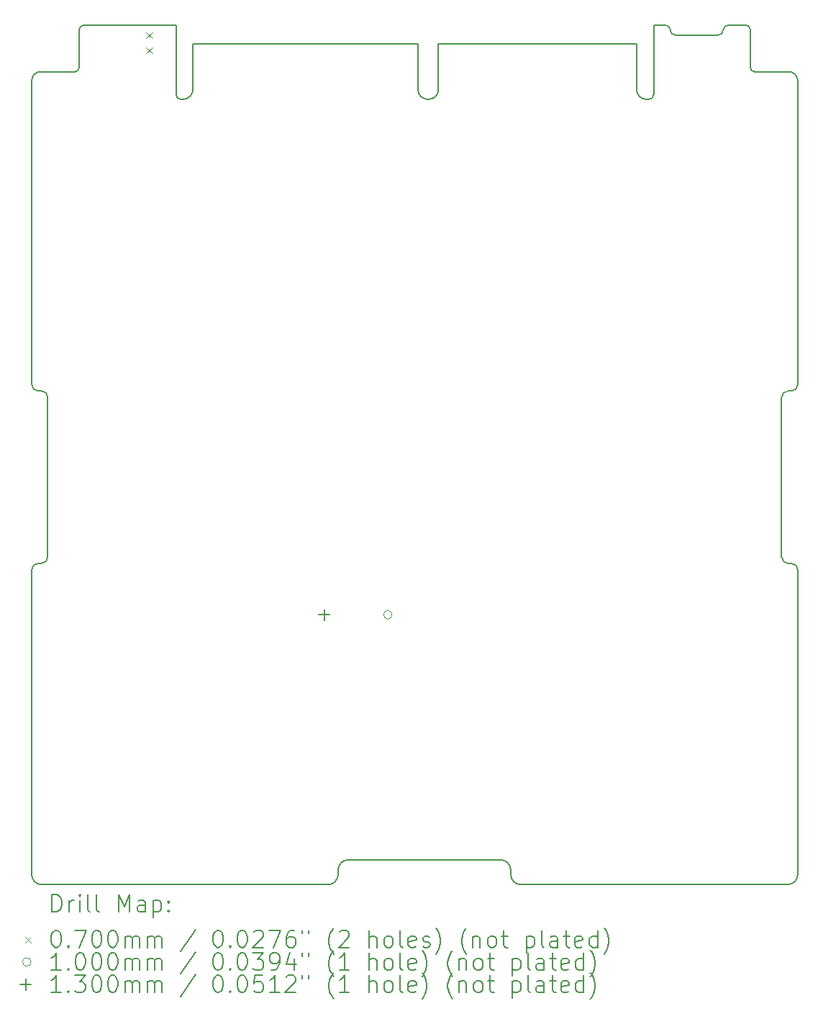
<source format=gbr>
%TF.GenerationSoftware,KiCad,Pcbnew,7.0.1*%
%TF.CreationDate,2023-06-16T15:13:18-04:00*%
%TF.ProjectId,mainboard_pcbway,6d61696e-626f-4617-9264-5f7063627761,C*%
%TF.SameCoordinates,Original*%
%TF.FileFunction,Drillmap*%
%TF.FilePolarity,Positive*%
%FSLAX45Y45*%
G04 Gerber Fmt 4.5, Leading zero omitted, Abs format (unit mm)*
G04 Created by KiCad (PCBNEW 7.0.1) date 2023-06-16 15:13:18*
%MOMM*%
%LPD*%
G01*
G04 APERTURE LIST*
%ADD10C,0.127000*%
%ADD11C,0.200000*%
%ADD12C,0.070000*%
%ADD13C,0.100000*%
%ADD14C,0.130000*%
G04 APERTURE END LIST*
D10*
X13586460Y-5674360D02*
X13985240Y-5674360D01*
X5194300Y-11460480D02*
G75*
G03*
X5270500Y-11384280I0J76200D01*
G01*
X14097000Y-9354820D02*
X14097000Y-5786120D01*
X10718800Y-15067280D02*
G75*
G03*
X10599420Y-14947900I-119380J0D01*
G01*
X9626600Y-5880100D02*
X9626600Y-5344160D01*
X12400280Y-5125720D02*
X12534900Y-5125720D01*
X13538200Y-5626100D02*
G75*
G03*
X13586460Y-5674360I48260J0D01*
G01*
X9867900Y-5344160D02*
X12198350Y-5344160D01*
X12595859Y-5184140D02*
G75*
G03*
X12659360Y-5245100I61011J0D01*
G01*
X6779260Y-5938520D02*
X6779260Y-5125720D01*
X9867900Y-5880100D02*
X9867900Y-5344160D01*
X5588000Y-5674360D02*
G75*
G03*
X5638800Y-5628640I2540J48260D01*
G01*
X5189220Y-5674360D02*
G75*
G03*
X5080000Y-5786120I1270J-110490D01*
G01*
X12198350Y-5880100D02*
X12198350Y-5344160D01*
X5697220Y-5125720D02*
G75*
G03*
X5638800Y-5184140I0J-58420D01*
G01*
X8686800Y-15120620D02*
X8686800Y-15067280D01*
X5156200Y-11460480D02*
G75*
G03*
X5080000Y-11536680I0J-76200D01*
G01*
X5080000Y-15113000D02*
G75*
G03*
X5191760Y-15240000I119380J-7620D01*
G01*
X13281660Y-5125727D02*
G75*
G03*
X13218160Y-5186680I-10J-63543D01*
G01*
X5080000Y-15113000D02*
X5080000Y-11536680D01*
X5191760Y-15240000D02*
X8567420Y-15240000D01*
X13538200Y-5181600D02*
G75*
G03*
X13482320Y-5125720I-55880J0D01*
G01*
X5270500Y-9507220D02*
G75*
G03*
X5194300Y-9431020I-76200J0D01*
G01*
X13281660Y-5125720D02*
X13482320Y-5125720D01*
X12400280Y-5943600D02*
X12400280Y-5125720D01*
X14097000Y-11536680D02*
G75*
G03*
X14020800Y-11460480I-76200J0D01*
G01*
X8567420Y-15240000D02*
G75*
G03*
X8686800Y-15120620I0J119380D01*
G01*
X5080000Y-9354820D02*
G75*
G03*
X5156200Y-9431020I76200J0D01*
G01*
X12595860Y-5184140D02*
G75*
G03*
X12534900Y-5125720I-59690J-1270D01*
G01*
X13157200Y-5245100D02*
G75*
G03*
X13218160Y-5186680I1270J59690D01*
G01*
X6979920Y-5344160D02*
X9626600Y-5344160D01*
X12659360Y-5245100D02*
X13157200Y-5245100D01*
X14097000Y-5786120D02*
G75*
G03*
X13985240Y-5674360I-111760J0D01*
G01*
X6979920Y-5875020D02*
X6979920Y-5344160D01*
X12319000Y-6002020D02*
X12339320Y-6002020D01*
X6779261Y-5938520D02*
G75*
G03*
X6835140Y-6002020I59679J-3820D01*
G01*
X9626600Y-5880100D02*
G75*
G03*
X9867900Y-5880100I120650J0D01*
G01*
X10718800Y-15120620D02*
X10718800Y-15067280D01*
X5697220Y-5125720D02*
X6779260Y-5125720D01*
X6835140Y-6002020D02*
X6858000Y-6002020D01*
X13906500Y-11384280D02*
X13906500Y-9507220D01*
X10718800Y-15120620D02*
G75*
G03*
X10838180Y-15240000I119380J0D01*
G01*
X12198350Y-5880100D02*
G75*
G03*
X12319000Y-6002020I121280J-640D01*
G01*
X12339320Y-6002019D02*
G75*
G03*
X12400280Y-5943600I1280J59680D01*
G01*
X13906500Y-11384280D02*
G75*
G03*
X13982700Y-11460480I76200J0D01*
G01*
X6858000Y-6002020D02*
G75*
G03*
X6979920Y-5875020I-2540J124460D01*
G01*
X8806180Y-14947900D02*
X10599420Y-14947900D01*
X5156200Y-11460480D02*
X5194300Y-11460480D01*
X10838180Y-15240000D02*
X13977620Y-15240000D01*
X5270500Y-11384280D02*
X5270500Y-9507220D01*
X5156200Y-9431020D02*
X5194300Y-9431020D01*
X5080000Y-9354820D02*
X5080000Y-5786120D01*
X5638800Y-5628640D02*
X5638800Y-5184140D01*
X13538200Y-5626100D02*
X13538200Y-5181600D01*
X5189220Y-5674360D02*
X5588000Y-5674360D01*
X14097000Y-15113000D02*
X14097000Y-11536680D01*
X8806180Y-14947900D02*
G75*
G03*
X8686800Y-15067280I0J-119380D01*
G01*
X13982700Y-11460480D02*
X14020800Y-11460480D01*
X13977620Y-15240000D02*
G75*
G03*
X14097000Y-15113000I-3810J123190D01*
G01*
X14020800Y-9431020D02*
G75*
G03*
X14097000Y-9354820I0J76200D01*
G01*
X13982700Y-9431020D02*
G75*
G03*
X13906500Y-9507220I0J-76200D01*
G01*
X13982700Y-9431020D02*
X14020800Y-9431020D01*
D11*
D12*
X6429300Y-5212417D02*
X6499300Y-5282417D01*
X6499300Y-5212417D02*
X6429300Y-5282417D01*
X6429300Y-5392417D02*
X6499300Y-5462417D01*
X6499300Y-5392417D02*
X6429300Y-5462417D01*
D13*
X9321600Y-12065000D02*
G75*
G03*
X9321600Y-12065000I-50000J0D01*
G01*
D14*
X8522600Y-12000000D02*
X8522600Y-12130000D01*
X8457600Y-12065000D02*
X8587600Y-12065000D01*
D11*
X5321026Y-15558874D02*
X5321026Y-15358874D01*
X5321026Y-15358874D02*
X5368645Y-15358874D01*
X5368645Y-15358874D02*
X5397217Y-15368398D01*
X5397217Y-15368398D02*
X5416264Y-15387445D01*
X5416264Y-15387445D02*
X5425788Y-15406493D01*
X5425788Y-15406493D02*
X5435312Y-15444588D01*
X5435312Y-15444588D02*
X5435312Y-15473159D01*
X5435312Y-15473159D02*
X5425788Y-15511255D01*
X5425788Y-15511255D02*
X5416264Y-15530302D01*
X5416264Y-15530302D02*
X5397217Y-15549350D01*
X5397217Y-15549350D02*
X5368645Y-15558874D01*
X5368645Y-15558874D02*
X5321026Y-15558874D01*
X5521026Y-15558874D02*
X5521026Y-15425540D01*
X5521026Y-15463636D02*
X5530550Y-15444588D01*
X5530550Y-15444588D02*
X5540074Y-15435064D01*
X5540074Y-15435064D02*
X5559121Y-15425540D01*
X5559121Y-15425540D02*
X5578169Y-15425540D01*
X5644836Y-15558874D02*
X5644836Y-15425540D01*
X5644836Y-15358874D02*
X5635312Y-15368398D01*
X5635312Y-15368398D02*
X5644836Y-15377921D01*
X5644836Y-15377921D02*
X5654359Y-15368398D01*
X5654359Y-15368398D02*
X5644836Y-15358874D01*
X5644836Y-15358874D02*
X5644836Y-15377921D01*
X5768645Y-15558874D02*
X5749597Y-15549350D01*
X5749597Y-15549350D02*
X5740074Y-15530302D01*
X5740074Y-15530302D02*
X5740074Y-15358874D01*
X5873407Y-15558874D02*
X5854359Y-15549350D01*
X5854359Y-15549350D02*
X5844836Y-15530302D01*
X5844836Y-15530302D02*
X5844836Y-15358874D01*
X6101978Y-15558874D02*
X6101978Y-15358874D01*
X6101978Y-15358874D02*
X6168645Y-15501731D01*
X6168645Y-15501731D02*
X6235312Y-15358874D01*
X6235312Y-15358874D02*
X6235312Y-15558874D01*
X6416264Y-15558874D02*
X6416264Y-15454112D01*
X6416264Y-15454112D02*
X6406740Y-15435064D01*
X6406740Y-15435064D02*
X6387693Y-15425540D01*
X6387693Y-15425540D02*
X6349597Y-15425540D01*
X6349597Y-15425540D02*
X6330550Y-15435064D01*
X6416264Y-15549350D02*
X6397217Y-15558874D01*
X6397217Y-15558874D02*
X6349597Y-15558874D01*
X6349597Y-15558874D02*
X6330550Y-15549350D01*
X6330550Y-15549350D02*
X6321026Y-15530302D01*
X6321026Y-15530302D02*
X6321026Y-15511255D01*
X6321026Y-15511255D02*
X6330550Y-15492207D01*
X6330550Y-15492207D02*
X6349597Y-15482683D01*
X6349597Y-15482683D02*
X6397217Y-15482683D01*
X6397217Y-15482683D02*
X6416264Y-15473159D01*
X6511502Y-15425540D02*
X6511502Y-15625540D01*
X6511502Y-15435064D02*
X6530550Y-15425540D01*
X6530550Y-15425540D02*
X6568645Y-15425540D01*
X6568645Y-15425540D02*
X6587693Y-15435064D01*
X6587693Y-15435064D02*
X6597217Y-15444588D01*
X6597217Y-15444588D02*
X6606740Y-15463636D01*
X6606740Y-15463636D02*
X6606740Y-15520778D01*
X6606740Y-15520778D02*
X6597217Y-15539826D01*
X6597217Y-15539826D02*
X6587693Y-15549350D01*
X6587693Y-15549350D02*
X6568645Y-15558874D01*
X6568645Y-15558874D02*
X6530550Y-15558874D01*
X6530550Y-15558874D02*
X6511502Y-15549350D01*
X6692455Y-15539826D02*
X6701978Y-15549350D01*
X6701978Y-15549350D02*
X6692455Y-15558874D01*
X6692455Y-15558874D02*
X6682931Y-15549350D01*
X6682931Y-15549350D02*
X6692455Y-15539826D01*
X6692455Y-15539826D02*
X6692455Y-15558874D01*
X6692455Y-15435064D02*
X6701978Y-15444588D01*
X6701978Y-15444588D02*
X6692455Y-15454112D01*
X6692455Y-15454112D02*
X6682931Y-15444588D01*
X6682931Y-15444588D02*
X6692455Y-15435064D01*
X6692455Y-15435064D02*
X6692455Y-15454112D01*
D12*
X5003407Y-15851350D02*
X5073407Y-15921350D01*
X5073407Y-15851350D02*
X5003407Y-15921350D01*
D11*
X5359121Y-15778874D02*
X5378169Y-15778874D01*
X5378169Y-15778874D02*
X5397217Y-15788398D01*
X5397217Y-15788398D02*
X5406740Y-15797921D01*
X5406740Y-15797921D02*
X5416264Y-15816969D01*
X5416264Y-15816969D02*
X5425788Y-15855064D01*
X5425788Y-15855064D02*
X5425788Y-15902683D01*
X5425788Y-15902683D02*
X5416264Y-15940778D01*
X5416264Y-15940778D02*
X5406740Y-15959826D01*
X5406740Y-15959826D02*
X5397217Y-15969350D01*
X5397217Y-15969350D02*
X5378169Y-15978874D01*
X5378169Y-15978874D02*
X5359121Y-15978874D01*
X5359121Y-15978874D02*
X5340074Y-15969350D01*
X5340074Y-15969350D02*
X5330550Y-15959826D01*
X5330550Y-15959826D02*
X5321026Y-15940778D01*
X5321026Y-15940778D02*
X5311502Y-15902683D01*
X5311502Y-15902683D02*
X5311502Y-15855064D01*
X5311502Y-15855064D02*
X5321026Y-15816969D01*
X5321026Y-15816969D02*
X5330550Y-15797921D01*
X5330550Y-15797921D02*
X5340074Y-15788398D01*
X5340074Y-15788398D02*
X5359121Y-15778874D01*
X5511502Y-15959826D02*
X5521026Y-15969350D01*
X5521026Y-15969350D02*
X5511502Y-15978874D01*
X5511502Y-15978874D02*
X5501979Y-15969350D01*
X5501979Y-15969350D02*
X5511502Y-15959826D01*
X5511502Y-15959826D02*
X5511502Y-15978874D01*
X5587693Y-15778874D02*
X5721026Y-15778874D01*
X5721026Y-15778874D02*
X5635312Y-15978874D01*
X5835312Y-15778874D02*
X5854359Y-15778874D01*
X5854359Y-15778874D02*
X5873407Y-15788398D01*
X5873407Y-15788398D02*
X5882931Y-15797921D01*
X5882931Y-15797921D02*
X5892455Y-15816969D01*
X5892455Y-15816969D02*
X5901978Y-15855064D01*
X5901978Y-15855064D02*
X5901978Y-15902683D01*
X5901978Y-15902683D02*
X5892455Y-15940778D01*
X5892455Y-15940778D02*
X5882931Y-15959826D01*
X5882931Y-15959826D02*
X5873407Y-15969350D01*
X5873407Y-15969350D02*
X5854359Y-15978874D01*
X5854359Y-15978874D02*
X5835312Y-15978874D01*
X5835312Y-15978874D02*
X5816264Y-15969350D01*
X5816264Y-15969350D02*
X5806740Y-15959826D01*
X5806740Y-15959826D02*
X5797217Y-15940778D01*
X5797217Y-15940778D02*
X5787693Y-15902683D01*
X5787693Y-15902683D02*
X5787693Y-15855064D01*
X5787693Y-15855064D02*
X5797217Y-15816969D01*
X5797217Y-15816969D02*
X5806740Y-15797921D01*
X5806740Y-15797921D02*
X5816264Y-15788398D01*
X5816264Y-15788398D02*
X5835312Y-15778874D01*
X6025788Y-15778874D02*
X6044836Y-15778874D01*
X6044836Y-15778874D02*
X6063883Y-15788398D01*
X6063883Y-15788398D02*
X6073407Y-15797921D01*
X6073407Y-15797921D02*
X6082931Y-15816969D01*
X6082931Y-15816969D02*
X6092455Y-15855064D01*
X6092455Y-15855064D02*
X6092455Y-15902683D01*
X6092455Y-15902683D02*
X6082931Y-15940778D01*
X6082931Y-15940778D02*
X6073407Y-15959826D01*
X6073407Y-15959826D02*
X6063883Y-15969350D01*
X6063883Y-15969350D02*
X6044836Y-15978874D01*
X6044836Y-15978874D02*
X6025788Y-15978874D01*
X6025788Y-15978874D02*
X6006740Y-15969350D01*
X6006740Y-15969350D02*
X5997217Y-15959826D01*
X5997217Y-15959826D02*
X5987693Y-15940778D01*
X5987693Y-15940778D02*
X5978169Y-15902683D01*
X5978169Y-15902683D02*
X5978169Y-15855064D01*
X5978169Y-15855064D02*
X5987693Y-15816969D01*
X5987693Y-15816969D02*
X5997217Y-15797921D01*
X5997217Y-15797921D02*
X6006740Y-15788398D01*
X6006740Y-15788398D02*
X6025788Y-15778874D01*
X6178169Y-15978874D02*
X6178169Y-15845540D01*
X6178169Y-15864588D02*
X6187693Y-15855064D01*
X6187693Y-15855064D02*
X6206740Y-15845540D01*
X6206740Y-15845540D02*
X6235312Y-15845540D01*
X6235312Y-15845540D02*
X6254359Y-15855064D01*
X6254359Y-15855064D02*
X6263883Y-15874112D01*
X6263883Y-15874112D02*
X6263883Y-15978874D01*
X6263883Y-15874112D02*
X6273407Y-15855064D01*
X6273407Y-15855064D02*
X6292455Y-15845540D01*
X6292455Y-15845540D02*
X6321026Y-15845540D01*
X6321026Y-15845540D02*
X6340074Y-15855064D01*
X6340074Y-15855064D02*
X6349598Y-15874112D01*
X6349598Y-15874112D02*
X6349598Y-15978874D01*
X6444836Y-15978874D02*
X6444836Y-15845540D01*
X6444836Y-15864588D02*
X6454359Y-15855064D01*
X6454359Y-15855064D02*
X6473407Y-15845540D01*
X6473407Y-15845540D02*
X6501979Y-15845540D01*
X6501979Y-15845540D02*
X6521026Y-15855064D01*
X6521026Y-15855064D02*
X6530550Y-15874112D01*
X6530550Y-15874112D02*
X6530550Y-15978874D01*
X6530550Y-15874112D02*
X6540074Y-15855064D01*
X6540074Y-15855064D02*
X6559121Y-15845540D01*
X6559121Y-15845540D02*
X6587693Y-15845540D01*
X6587693Y-15845540D02*
X6606740Y-15855064D01*
X6606740Y-15855064D02*
X6616264Y-15874112D01*
X6616264Y-15874112D02*
X6616264Y-15978874D01*
X7006740Y-15769350D02*
X6835312Y-16026493D01*
X7263883Y-15778874D02*
X7282931Y-15778874D01*
X7282931Y-15778874D02*
X7301979Y-15788398D01*
X7301979Y-15788398D02*
X7311502Y-15797921D01*
X7311502Y-15797921D02*
X7321026Y-15816969D01*
X7321026Y-15816969D02*
X7330550Y-15855064D01*
X7330550Y-15855064D02*
X7330550Y-15902683D01*
X7330550Y-15902683D02*
X7321026Y-15940778D01*
X7321026Y-15940778D02*
X7311502Y-15959826D01*
X7311502Y-15959826D02*
X7301979Y-15969350D01*
X7301979Y-15969350D02*
X7282931Y-15978874D01*
X7282931Y-15978874D02*
X7263883Y-15978874D01*
X7263883Y-15978874D02*
X7244836Y-15969350D01*
X7244836Y-15969350D02*
X7235312Y-15959826D01*
X7235312Y-15959826D02*
X7225788Y-15940778D01*
X7225788Y-15940778D02*
X7216264Y-15902683D01*
X7216264Y-15902683D02*
X7216264Y-15855064D01*
X7216264Y-15855064D02*
X7225788Y-15816969D01*
X7225788Y-15816969D02*
X7235312Y-15797921D01*
X7235312Y-15797921D02*
X7244836Y-15788398D01*
X7244836Y-15788398D02*
X7263883Y-15778874D01*
X7416264Y-15959826D02*
X7425788Y-15969350D01*
X7425788Y-15969350D02*
X7416264Y-15978874D01*
X7416264Y-15978874D02*
X7406741Y-15969350D01*
X7406741Y-15969350D02*
X7416264Y-15959826D01*
X7416264Y-15959826D02*
X7416264Y-15978874D01*
X7549598Y-15778874D02*
X7568645Y-15778874D01*
X7568645Y-15778874D02*
X7587693Y-15788398D01*
X7587693Y-15788398D02*
X7597217Y-15797921D01*
X7597217Y-15797921D02*
X7606741Y-15816969D01*
X7606741Y-15816969D02*
X7616264Y-15855064D01*
X7616264Y-15855064D02*
X7616264Y-15902683D01*
X7616264Y-15902683D02*
X7606741Y-15940778D01*
X7606741Y-15940778D02*
X7597217Y-15959826D01*
X7597217Y-15959826D02*
X7587693Y-15969350D01*
X7587693Y-15969350D02*
X7568645Y-15978874D01*
X7568645Y-15978874D02*
X7549598Y-15978874D01*
X7549598Y-15978874D02*
X7530550Y-15969350D01*
X7530550Y-15969350D02*
X7521026Y-15959826D01*
X7521026Y-15959826D02*
X7511502Y-15940778D01*
X7511502Y-15940778D02*
X7501979Y-15902683D01*
X7501979Y-15902683D02*
X7501979Y-15855064D01*
X7501979Y-15855064D02*
X7511502Y-15816969D01*
X7511502Y-15816969D02*
X7521026Y-15797921D01*
X7521026Y-15797921D02*
X7530550Y-15788398D01*
X7530550Y-15788398D02*
X7549598Y-15778874D01*
X7692455Y-15797921D02*
X7701979Y-15788398D01*
X7701979Y-15788398D02*
X7721026Y-15778874D01*
X7721026Y-15778874D02*
X7768645Y-15778874D01*
X7768645Y-15778874D02*
X7787693Y-15788398D01*
X7787693Y-15788398D02*
X7797217Y-15797921D01*
X7797217Y-15797921D02*
X7806741Y-15816969D01*
X7806741Y-15816969D02*
X7806741Y-15836017D01*
X7806741Y-15836017D02*
X7797217Y-15864588D01*
X7797217Y-15864588D02*
X7682931Y-15978874D01*
X7682931Y-15978874D02*
X7806741Y-15978874D01*
X7873407Y-15778874D02*
X8006741Y-15778874D01*
X8006741Y-15778874D02*
X7921026Y-15978874D01*
X8168645Y-15778874D02*
X8130550Y-15778874D01*
X8130550Y-15778874D02*
X8111502Y-15788398D01*
X8111502Y-15788398D02*
X8101979Y-15797921D01*
X8101979Y-15797921D02*
X8082931Y-15826493D01*
X8082931Y-15826493D02*
X8073407Y-15864588D01*
X8073407Y-15864588D02*
X8073407Y-15940778D01*
X8073407Y-15940778D02*
X8082931Y-15959826D01*
X8082931Y-15959826D02*
X8092455Y-15969350D01*
X8092455Y-15969350D02*
X8111502Y-15978874D01*
X8111502Y-15978874D02*
X8149598Y-15978874D01*
X8149598Y-15978874D02*
X8168645Y-15969350D01*
X8168645Y-15969350D02*
X8178169Y-15959826D01*
X8178169Y-15959826D02*
X8187693Y-15940778D01*
X8187693Y-15940778D02*
X8187693Y-15893159D01*
X8187693Y-15893159D02*
X8178169Y-15874112D01*
X8178169Y-15874112D02*
X8168645Y-15864588D01*
X8168645Y-15864588D02*
X8149598Y-15855064D01*
X8149598Y-15855064D02*
X8111502Y-15855064D01*
X8111502Y-15855064D02*
X8092455Y-15864588D01*
X8092455Y-15864588D02*
X8082931Y-15874112D01*
X8082931Y-15874112D02*
X8073407Y-15893159D01*
X8263883Y-15778874D02*
X8263883Y-15816969D01*
X8340074Y-15778874D02*
X8340074Y-15816969D01*
X8635312Y-16055064D02*
X8625788Y-16045540D01*
X8625788Y-16045540D02*
X8606741Y-16016969D01*
X8606741Y-16016969D02*
X8597217Y-15997921D01*
X8597217Y-15997921D02*
X8587693Y-15969350D01*
X8587693Y-15969350D02*
X8578169Y-15921731D01*
X8578169Y-15921731D02*
X8578169Y-15883636D01*
X8578169Y-15883636D02*
X8587693Y-15836017D01*
X8587693Y-15836017D02*
X8597217Y-15807445D01*
X8597217Y-15807445D02*
X8606741Y-15788398D01*
X8606741Y-15788398D02*
X8625788Y-15759826D01*
X8625788Y-15759826D02*
X8635312Y-15750302D01*
X8701979Y-15797921D02*
X8711503Y-15788398D01*
X8711503Y-15788398D02*
X8730550Y-15778874D01*
X8730550Y-15778874D02*
X8778169Y-15778874D01*
X8778169Y-15778874D02*
X8797217Y-15788398D01*
X8797217Y-15788398D02*
X8806741Y-15797921D01*
X8806741Y-15797921D02*
X8816265Y-15816969D01*
X8816265Y-15816969D02*
X8816265Y-15836017D01*
X8816265Y-15836017D02*
X8806741Y-15864588D01*
X8806741Y-15864588D02*
X8692455Y-15978874D01*
X8692455Y-15978874D02*
X8816265Y-15978874D01*
X9054360Y-15978874D02*
X9054360Y-15778874D01*
X9140074Y-15978874D02*
X9140074Y-15874112D01*
X9140074Y-15874112D02*
X9130550Y-15855064D01*
X9130550Y-15855064D02*
X9111503Y-15845540D01*
X9111503Y-15845540D02*
X9082931Y-15845540D01*
X9082931Y-15845540D02*
X9063884Y-15855064D01*
X9063884Y-15855064D02*
X9054360Y-15864588D01*
X9263884Y-15978874D02*
X9244836Y-15969350D01*
X9244836Y-15969350D02*
X9235312Y-15959826D01*
X9235312Y-15959826D02*
X9225788Y-15940778D01*
X9225788Y-15940778D02*
X9225788Y-15883636D01*
X9225788Y-15883636D02*
X9235312Y-15864588D01*
X9235312Y-15864588D02*
X9244836Y-15855064D01*
X9244836Y-15855064D02*
X9263884Y-15845540D01*
X9263884Y-15845540D02*
X9292455Y-15845540D01*
X9292455Y-15845540D02*
X9311503Y-15855064D01*
X9311503Y-15855064D02*
X9321027Y-15864588D01*
X9321027Y-15864588D02*
X9330550Y-15883636D01*
X9330550Y-15883636D02*
X9330550Y-15940778D01*
X9330550Y-15940778D02*
X9321027Y-15959826D01*
X9321027Y-15959826D02*
X9311503Y-15969350D01*
X9311503Y-15969350D02*
X9292455Y-15978874D01*
X9292455Y-15978874D02*
X9263884Y-15978874D01*
X9444836Y-15978874D02*
X9425788Y-15969350D01*
X9425788Y-15969350D02*
X9416265Y-15950302D01*
X9416265Y-15950302D02*
X9416265Y-15778874D01*
X9597217Y-15969350D02*
X9578169Y-15978874D01*
X9578169Y-15978874D02*
X9540074Y-15978874D01*
X9540074Y-15978874D02*
X9521027Y-15969350D01*
X9521027Y-15969350D02*
X9511503Y-15950302D01*
X9511503Y-15950302D02*
X9511503Y-15874112D01*
X9511503Y-15874112D02*
X9521027Y-15855064D01*
X9521027Y-15855064D02*
X9540074Y-15845540D01*
X9540074Y-15845540D02*
X9578169Y-15845540D01*
X9578169Y-15845540D02*
X9597217Y-15855064D01*
X9597217Y-15855064D02*
X9606741Y-15874112D01*
X9606741Y-15874112D02*
X9606741Y-15893159D01*
X9606741Y-15893159D02*
X9511503Y-15912207D01*
X9682931Y-15969350D02*
X9701979Y-15978874D01*
X9701979Y-15978874D02*
X9740074Y-15978874D01*
X9740074Y-15978874D02*
X9759122Y-15969350D01*
X9759122Y-15969350D02*
X9768646Y-15950302D01*
X9768646Y-15950302D02*
X9768646Y-15940778D01*
X9768646Y-15940778D02*
X9759122Y-15921731D01*
X9759122Y-15921731D02*
X9740074Y-15912207D01*
X9740074Y-15912207D02*
X9711503Y-15912207D01*
X9711503Y-15912207D02*
X9692455Y-15902683D01*
X9692455Y-15902683D02*
X9682931Y-15883636D01*
X9682931Y-15883636D02*
X9682931Y-15874112D01*
X9682931Y-15874112D02*
X9692455Y-15855064D01*
X9692455Y-15855064D02*
X9711503Y-15845540D01*
X9711503Y-15845540D02*
X9740074Y-15845540D01*
X9740074Y-15845540D02*
X9759122Y-15855064D01*
X9835312Y-16055064D02*
X9844836Y-16045540D01*
X9844836Y-16045540D02*
X9863884Y-16016969D01*
X9863884Y-16016969D02*
X9873408Y-15997921D01*
X9873408Y-15997921D02*
X9882931Y-15969350D01*
X9882931Y-15969350D02*
X9892455Y-15921731D01*
X9892455Y-15921731D02*
X9892455Y-15883636D01*
X9892455Y-15883636D02*
X9882931Y-15836017D01*
X9882931Y-15836017D02*
X9873408Y-15807445D01*
X9873408Y-15807445D02*
X9863884Y-15788398D01*
X9863884Y-15788398D02*
X9844836Y-15759826D01*
X9844836Y-15759826D02*
X9835312Y-15750302D01*
X10197217Y-16055064D02*
X10187693Y-16045540D01*
X10187693Y-16045540D02*
X10168646Y-16016969D01*
X10168646Y-16016969D02*
X10159122Y-15997921D01*
X10159122Y-15997921D02*
X10149598Y-15969350D01*
X10149598Y-15969350D02*
X10140074Y-15921731D01*
X10140074Y-15921731D02*
X10140074Y-15883636D01*
X10140074Y-15883636D02*
X10149598Y-15836017D01*
X10149598Y-15836017D02*
X10159122Y-15807445D01*
X10159122Y-15807445D02*
X10168646Y-15788398D01*
X10168646Y-15788398D02*
X10187693Y-15759826D01*
X10187693Y-15759826D02*
X10197217Y-15750302D01*
X10273408Y-15845540D02*
X10273408Y-15978874D01*
X10273408Y-15864588D02*
X10282931Y-15855064D01*
X10282931Y-15855064D02*
X10301979Y-15845540D01*
X10301979Y-15845540D02*
X10330550Y-15845540D01*
X10330550Y-15845540D02*
X10349598Y-15855064D01*
X10349598Y-15855064D02*
X10359122Y-15874112D01*
X10359122Y-15874112D02*
X10359122Y-15978874D01*
X10482931Y-15978874D02*
X10463884Y-15969350D01*
X10463884Y-15969350D02*
X10454360Y-15959826D01*
X10454360Y-15959826D02*
X10444836Y-15940778D01*
X10444836Y-15940778D02*
X10444836Y-15883636D01*
X10444836Y-15883636D02*
X10454360Y-15864588D01*
X10454360Y-15864588D02*
X10463884Y-15855064D01*
X10463884Y-15855064D02*
X10482931Y-15845540D01*
X10482931Y-15845540D02*
X10511503Y-15845540D01*
X10511503Y-15845540D02*
X10530550Y-15855064D01*
X10530550Y-15855064D02*
X10540074Y-15864588D01*
X10540074Y-15864588D02*
X10549598Y-15883636D01*
X10549598Y-15883636D02*
X10549598Y-15940778D01*
X10549598Y-15940778D02*
X10540074Y-15959826D01*
X10540074Y-15959826D02*
X10530550Y-15969350D01*
X10530550Y-15969350D02*
X10511503Y-15978874D01*
X10511503Y-15978874D02*
X10482931Y-15978874D01*
X10606741Y-15845540D02*
X10682931Y-15845540D01*
X10635312Y-15778874D02*
X10635312Y-15950302D01*
X10635312Y-15950302D02*
X10644836Y-15969350D01*
X10644836Y-15969350D02*
X10663884Y-15978874D01*
X10663884Y-15978874D02*
X10682931Y-15978874D01*
X10901979Y-15845540D02*
X10901979Y-16045540D01*
X10901979Y-15855064D02*
X10921027Y-15845540D01*
X10921027Y-15845540D02*
X10959122Y-15845540D01*
X10959122Y-15845540D02*
X10978170Y-15855064D01*
X10978170Y-15855064D02*
X10987693Y-15864588D01*
X10987693Y-15864588D02*
X10997217Y-15883636D01*
X10997217Y-15883636D02*
X10997217Y-15940778D01*
X10997217Y-15940778D02*
X10987693Y-15959826D01*
X10987693Y-15959826D02*
X10978170Y-15969350D01*
X10978170Y-15969350D02*
X10959122Y-15978874D01*
X10959122Y-15978874D02*
X10921027Y-15978874D01*
X10921027Y-15978874D02*
X10901979Y-15969350D01*
X11111503Y-15978874D02*
X11092455Y-15969350D01*
X11092455Y-15969350D02*
X11082931Y-15950302D01*
X11082931Y-15950302D02*
X11082931Y-15778874D01*
X11273408Y-15978874D02*
X11273408Y-15874112D01*
X11273408Y-15874112D02*
X11263884Y-15855064D01*
X11263884Y-15855064D02*
X11244836Y-15845540D01*
X11244836Y-15845540D02*
X11206741Y-15845540D01*
X11206741Y-15845540D02*
X11187693Y-15855064D01*
X11273408Y-15969350D02*
X11254360Y-15978874D01*
X11254360Y-15978874D02*
X11206741Y-15978874D01*
X11206741Y-15978874D02*
X11187693Y-15969350D01*
X11187693Y-15969350D02*
X11178170Y-15950302D01*
X11178170Y-15950302D02*
X11178170Y-15931255D01*
X11178170Y-15931255D02*
X11187693Y-15912207D01*
X11187693Y-15912207D02*
X11206741Y-15902683D01*
X11206741Y-15902683D02*
X11254360Y-15902683D01*
X11254360Y-15902683D02*
X11273408Y-15893159D01*
X11340074Y-15845540D02*
X11416265Y-15845540D01*
X11368646Y-15778874D02*
X11368646Y-15950302D01*
X11368646Y-15950302D02*
X11378169Y-15969350D01*
X11378169Y-15969350D02*
X11397217Y-15978874D01*
X11397217Y-15978874D02*
X11416265Y-15978874D01*
X11559122Y-15969350D02*
X11540074Y-15978874D01*
X11540074Y-15978874D02*
X11501979Y-15978874D01*
X11501979Y-15978874D02*
X11482931Y-15969350D01*
X11482931Y-15969350D02*
X11473408Y-15950302D01*
X11473408Y-15950302D02*
X11473408Y-15874112D01*
X11473408Y-15874112D02*
X11482931Y-15855064D01*
X11482931Y-15855064D02*
X11501979Y-15845540D01*
X11501979Y-15845540D02*
X11540074Y-15845540D01*
X11540074Y-15845540D02*
X11559122Y-15855064D01*
X11559122Y-15855064D02*
X11568646Y-15874112D01*
X11568646Y-15874112D02*
X11568646Y-15893159D01*
X11568646Y-15893159D02*
X11473408Y-15912207D01*
X11740074Y-15978874D02*
X11740074Y-15778874D01*
X11740074Y-15969350D02*
X11721027Y-15978874D01*
X11721027Y-15978874D02*
X11682931Y-15978874D01*
X11682931Y-15978874D02*
X11663884Y-15969350D01*
X11663884Y-15969350D02*
X11654360Y-15959826D01*
X11654360Y-15959826D02*
X11644836Y-15940778D01*
X11644836Y-15940778D02*
X11644836Y-15883636D01*
X11644836Y-15883636D02*
X11654360Y-15864588D01*
X11654360Y-15864588D02*
X11663884Y-15855064D01*
X11663884Y-15855064D02*
X11682931Y-15845540D01*
X11682931Y-15845540D02*
X11721027Y-15845540D01*
X11721027Y-15845540D02*
X11740074Y-15855064D01*
X11816265Y-16055064D02*
X11825789Y-16045540D01*
X11825789Y-16045540D02*
X11844836Y-16016969D01*
X11844836Y-16016969D02*
X11854360Y-15997921D01*
X11854360Y-15997921D02*
X11863884Y-15969350D01*
X11863884Y-15969350D02*
X11873408Y-15921731D01*
X11873408Y-15921731D02*
X11873408Y-15883636D01*
X11873408Y-15883636D02*
X11863884Y-15836017D01*
X11863884Y-15836017D02*
X11854360Y-15807445D01*
X11854360Y-15807445D02*
X11844836Y-15788398D01*
X11844836Y-15788398D02*
X11825789Y-15759826D01*
X11825789Y-15759826D02*
X11816265Y-15750302D01*
D13*
X5073407Y-16150350D02*
G75*
G03*
X5073407Y-16150350I-50000J0D01*
G01*
D11*
X5425788Y-16242874D02*
X5311502Y-16242874D01*
X5368645Y-16242874D02*
X5368645Y-16042874D01*
X5368645Y-16042874D02*
X5349598Y-16071445D01*
X5349598Y-16071445D02*
X5330550Y-16090493D01*
X5330550Y-16090493D02*
X5311502Y-16100017D01*
X5511502Y-16223826D02*
X5521026Y-16233350D01*
X5521026Y-16233350D02*
X5511502Y-16242874D01*
X5511502Y-16242874D02*
X5501979Y-16233350D01*
X5501979Y-16233350D02*
X5511502Y-16223826D01*
X5511502Y-16223826D02*
X5511502Y-16242874D01*
X5644836Y-16042874D02*
X5663883Y-16042874D01*
X5663883Y-16042874D02*
X5682931Y-16052398D01*
X5682931Y-16052398D02*
X5692455Y-16061921D01*
X5692455Y-16061921D02*
X5701978Y-16080969D01*
X5701978Y-16080969D02*
X5711502Y-16119064D01*
X5711502Y-16119064D02*
X5711502Y-16166683D01*
X5711502Y-16166683D02*
X5701978Y-16204778D01*
X5701978Y-16204778D02*
X5692455Y-16223826D01*
X5692455Y-16223826D02*
X5682931Y-16233350D01*
X5682931Y-16233350D02*
X5663883Y-16242874D01*
X5663883Y-16242874D02*
X5644836Y-16242874D01*
X5644836Y-16242874D02*
X5625788Y-16233350D01*
X5625788Y-16233350D02*
X5616264Y-16223826D01*
X5616264Y-16223826D02*
X5606740Y-16204778D01*
X5606740Y-16204778D02*
X5597217Y-16166683D01*
X5597217Y-16166683D02*
X5597217Y-16119064D01*
X5597217Y-16119064D02*
X5606740Y-16080969D01*
X5606740Y-16080969D02*
X5616264Y-16061921D01*
X5616264Y-16061921D02*
X5625788Y-16052398D01*
X5625788Y-16052398D02*
X5644836Y-16042874D01*
X5835312Y-16042874D02*
X5854359Y-16042874D01*
X5854359Y-16042874D02*
X5873407Y-16052398D01*
X5873407Y-16052398D02*
X5882931Y-16061921D01*
X5882931Y-16061921D02*
X5892455Y-16080969D01*
X5892455Y-16080969D02*
X5901978Y-16119064D01*
X5901978Y-16119064D02*
X5901978Y-16166683D01*
X5901978Y-16166683D02*
X5892455Y-16204778D01*
X5892455Y-16204778D02*
X5882931Y-16223826D01*
X5882931Y-16223826D02*
X5873407Y-16233350D01*
X5873407Y-16233350D02*
X5854359Y-16242874D01*
X5854359Y-16242874D02*
X5835312Y-16242874D01*
X5835312Y-16242874D02*
X5816264Y-16233350D01*
X5816264Y-16233350D02*
X5806740Y-16223826D01*
X5806740Y-16223826D02*
X5797217Y-16204778D01*
X5797217Y-16204778D02*
X5787693Y-16166683D01*
X5787693Y-16166683D02*
X5787693Y-16119064D01*
X5787693Y-16119064D02*
X5797217Y-16080969D01*
X5797217Y-16080969D02*
X5806740Y-16061921D01*
X5806740Y-16061921D02*
X5816264Y-16052398D01*
X5816264Y-16052398D02*
X5835312Y-16042874D01*
X6025788Y-16042874D02*
X6044836Y-16042874D01*
X6044836Y-16042874D02*
X6063883Y-16052398D01*
X6063883Y-16052398D02*
X6073407Y-16061921D01*
X6073407Y-16061921D02*
X6082931Y-16080969D01*
X6082931Y-16080969D02*
X6092455Y-16119064D01*
X6092455Y-16119064D02*
X6092455Y-16166683D01*
X6092455Y-16166683D02*
X6082931Y-16204778D01*
X6082931Y-16204778D02*
X6073407Y-16223826D01*
X6073407Y-16223826D02*
X6063883Y-16233350D01*
X6063883Y-16233350D02*
X6044836Y-16242874D01*
X6044836Y-16242874D02*
X6025788Y-16242874D01*
X6025788Y-16242874D02*
X6006740Y-16233350D01*
X6006740Y-16233350D02*
X5997217Y-16223826D01*
X5997217Y-16223826D02*
X5987693Y-16204778D01*
X5987693Y-16204778D02*
X5978169Y-16166683D01*
X5978169Y-16166683D02*
X5978169Y-16119064D01*
X5978169Y-16119064D02*
X5987693Y-16080969D01*
X5987693Y-16080969D02*
X5997217Y-16061921D01*
X5997217Y-16061921D02*
X6006740Y-16052398D01*
X6006740Y-16052398D02*
X6025788Y-16042874D01*
X6178169Y-16242874D02*
X6178169Y-16109540D01*
X6178169Y-16128588D02*
X6187693Y-16119064D01*
X6187693Y-16119064D02*
X6206740Y-16109540D01*
X6206740Y-16109540D02*
X6235312Y-16109540D01*
X6235312Y-16109540D02*
X6254359Y-16119064D01*
X6254359Y-16119064D02*
X6263883Y-16138112D01*
X6263883Y-16138112D02*
X6263883Y-16242874D01*
X6263883Y-16138112D02*
X6273407Y-16119064D01*
X6273407Y-16119064D02*
X6292455Y-16109540D01*
X6292455Y-16109540D02*
X6321026Y-16109540D01*
X6321026Y-16109540D02*
X6340074Y-16119064D01*
X6340074Y-16119064D02*
X6349598Y-16138112D01*
X6349598Y-16138112D02*
X6349598Y-16242874D01*
X6444836Y-16242874D02*
X6444836Y-16109540D01*
X6444836Y-16128588D02*
X6454359Y-16119064D01*
X6454359Y-16119064D02*
X6473407Y-16109540D01*
X6473407Y-16109540D02*
X6501979Y-16109540D01*
X6501979Y-16109540D02*
X6521026Y-16119064D01*
X6521026Y-16119064D02*
X6530550Y-16138112D01*
X6530550Y-16138112D02*
X6530550Y-16242874D01*
X6530550Y-16138112D02*
X6540074Y-16119064D01*
X6540074Y-16119064D02*
X6559121Y-16109540D01*
X6559121Y-16109540D02*
X6587693Y-16109540D01*
X6587693Y-16109540D02*
X6606740Y-16119064D01*
X6606740Y-16119064D02*
X6616264Y-16138112D01*
X6616264Y-16138112D02*
X6616264Y-16242874D01*
X7006740Y-16033350D02*
X6835312Y-16290493D01*
X7263883Y-16042874D02*
X7282931Y-16042874D01*
X7282931Y-16042874D02*
X7301979Y-16052398D01*
X7301979Y-16052398D02*
X7311502Y-16061921D01*
X7311502Y-16061921D02*
X7321026Y-16080969D01*
X7321026Y-16080969D02*
X7330550Y-16119064D01*
X7330550Y-16119064D02*
X7330550Y-16166683D01*
X7330550Y-16166683D02*
X7321026Y-16204778D01*
X7321026Y-16204778D02*
X7311502Y-16223826D01*
X7311502Y-16223826D02*
X7301979Y-16233350D01*
X7301979Y-16233350D02*
X7282931Y-16242874D01*
X7282931Y-16242874D02*
X7263883Y-16242874D01*
X7263883Y-16242874D02*
X7244836Y-16233350D01*
X7244836Y-16233350D02*
X7235312Y-16223826D01*
X7235312Y-16223826D02*
X7225788Y-16204778D01*
X7225788Y-16204778D02*
X7216264Y-16166683D01*
X7216264Y-16166683D02*
X7216264Y-16119064D01*
X7216264Y-16119064D02*
X7225788Y-16080969D01*
X7225788Y-16080969D02*
X7235312Y-16061921D01*
X7235312Y-16061921D02*
X7244836Y-16052398D01*
X7244836Y-16052398D02*
X7263883Y-16042874D01*
X7416264Y-16223826D02*
X7425788Y-16233350D01*
X7425788Y-16233350D02*
X7416264Y-16242874D01*
X7416264Y-16242874D02*
X7406741Y-16233350D01*
X7406741Y-16233350D02*
X7416264Y-16223826D01*
X7416264Y-16223826D02*
X7416264Y-16242874D01*
X7549598Y-16042874D02*
X7568645Y-16042874D01*
X7568645Y-16042874D02*
X7587693Y-16052398D01*
X7587693Y-16052398D02*
X7597217Y-16061921D01*
X7597217Y-16061921D02*
X7606741Y-16080969D01*
X7606741Y-16080969D02*
X7616264Y-16119064D01*
X7616264Y-16119064D02*
X7616264Y-16166683D01*
X7616264Y-16166683D02*
X7606741Y-16204778D01*
X7606741Y-16204778D02*
X7597217Y-16223826D01*
X7597217Y-16223826D02*
X7587693Y-16233350D01*
X7587693Y-16233350D02*
X7568645Y-16242874D01*
X7568645Y-16242874D02*
X7549598Y-16242874D01*
X7549598Y-16242874D02*
X7530550Y-16233350D01*
X7530550Y-16233350D02*
X7521026Y-16223826D01*
X7521026Y-16223826D02*
X7511502Y-16204778D01*
X7511502Y-16204778D02*
X7501979Y-16166683D01*
X7501979Y-16166683D02*
X7501979Y-16119064D01*
X7501979Y-16119064D02*
X7511502Y-16080969D01*
X7511502Y-16080969D02*
X7521026Y-16061921D01*
X7521026Y-16061921D02*
X7530550Y-16052398D01*
X7530550Y-16052398D02*
X7549598Y-16042874D01*
X7682931Y-16042874D02*
X7806741Y-16042874D01*
X7806741Y-16042874D02*
X7740074Y-16119064D01*
X7740074Y-16119064D02*
X7768645Y-16119064D01*
X7768645Y-16119064D02*
X7787693Y-16128588D01*
X7787693Y-16128588D02*
X7797217Y-16138112D01*
X7797217Y-16138112D02*
X7806741Y-16157159D01*
X7806741Y-16157159D02*
X7806741Y-16204778D01*
X7806741Y-16204778D02*
X7797217Y-16223826D01*
X7797217Y-16223826D02*
X7787693Y-16233350D01*
X7787693Y-16233350D02*
X7768645Y-16242874D01*
X7768645Y-16242874D02*
X7711502Y-16242874D01*
X7711502Y-16242874D02*
X7692455Y-16233350D01*
X7692455Y-16233350D02*
X7682931Y-16223826D01*
X7901979Y-16242874D02*
X7940074Y-16242874D01*
X7940074Y-16242874D02*
X7959122Y-16233350D01*
X7959122Y-16233350D02*
X7968645Y-16223826D01*
X7968645Y-16223826D02*
X7987693Y-16195255D01*
X7987693Y-16195255D02*
X7997217Y-16157159D01*
X7997217Y-16157159D02*
X7997217Y-16080969D01*
X7997217Y-16080969D02*
X7987693Y-16061921D01*
X7987693Y-16061921D02*
X7978169Y-16052398D01*
X7978169Y-16052398D02*
X7959122Y-16042874D01*
X7959122Y-16042874D02*
X7921026Y-16042874D01*
X7921026Y-16042874D02*
X7901979Y-16052398D01*
X7901979Y-16052398D02*
X7892455Y-16061921D01*
X7892455Y-16061921D02*
X7882931Y-16080969D01*
X7882931Y-16080969D02*
X7882931Y-16128588D01*
X7882931Y-16128588D02*
X7892455Y-16147636D01*
X7892455Y-16147636D02*
X7901979Y-16157159D01*
X7901979Y-16157159D02*
X7921026Y-16166683D01*
X7921026Y-16166683D02*
X7959122Y-16166683D01*
X7959122Y-16166683D02*
X7978169Y-16157159D01*
X7978169Y-16157159D02*
X7987693Y-16147636D01*
X7987693Y-16147636D02*
X7997217Y-16128588D01*
X8168645Y-16109540D02*
X8168645Y-16242874D01*
X8121026Y-16033350D02*
X8073407Y-16176207D01*
X8073407Y-16176207D02*
X8197217Y-16176207D01*
X8263883Y-16042874D02*
X8263883Y-16080969D01*
X8340074Y-16042874D02*
X8340074Y-16080969D01*
X8635312Y-16319064D02*
X8625788Y-16309540D01*
X8625788Y-16309540D02*
X8606741Y-16280969D01*
X8606741Y-16280969D02*
X8597217Y-16261921D01*
X8597217Y-16261921D02*
X8587693Y-16233350D01*
X8587693Y-16233350D02*
X8578169Y-16185731D01*
X8578169Y-16185731D02*
X8578169Y-16147636D01*
X8578169Y-16147636D02*
X8587693Y-16100017D01*
X8587693Y-16100017D02*
X8597217Y-16071445D01*
X8597217Y-16071445D02*
X8606741Y-16052398D01*
X8606741Y-16052398D02*
X8625788Y-16023826D01*
X8625788Y-16023826D02*
X8635312Y-16014302D01*
X8816265Y-16242874D02*
X8701979Y-16242874D01*
X8759122Y-16242874D02*
X8759122Y-16042874D01*
X8759122Y-16042874D02*
X8740074Y-16071445D01*
X8740074Y-16071445D02*
X8721026Y-16090493D01*
X8721026Y-16090493D02*
X8701979Y-16100017D01*
X9054360Y-16242874D02*
X9054360Y-16042874D01*
X9140074Y-16242874D02*
X9140074Y-16138112D01*
X9140074Y-16138112D02*
X9130550Y-16119064D01*
X9130550Y-16119064D02*
X9111503Y-16109540D01*
X9111503Y-16109540D02*
X9082931Y-16109540D01*
X9082931Y-16109540D02*
X9063884Y-16119064D01*
X9063884Y-16119064D02*
X9054360Y-16128588D01*
X9263884Y-16242874D02*
X9244836Y-16233350D01*
X9244836Y-16233350D02*
X9235312Y-16223826D01*
X9235312Y-16223826D02*
X9225788Y-16204778D01*
X9225788Y-16204778D02*
X9225788Y-16147636D01*
X9225788Y-16147636D02*
X9235312Y-16128588D01*
X9235312Y-16128588D02*
X9244836Y-16119064D01*
X9244836Y-16119064D02*
X9263884Y-16109540D01*
X9263884Y-16109540D02*
X9292455Y-16109540D01*
X9292455Y-16109540D02*
X9311503Y-16119064D01*
X9311503Y-16119064D02*
X9321027Y-16128588D01*
X9321027Y-16128588D02*
X9330550Y-16147636D01*
X9330550Y-16147636D02*
X9330550Y-16204778D01*
X9330550Y-16204778D02*
X9321027Y-16223826D01*
X9321027Y-16223826D02*
X9311503Y-16233350D01*
X9311503Y-16233350D02*
X9292455Y-16242874D01*
X9292455Y-16242874D02*
X9263884Y-16242874D01*
X9444836Y-16242874D02*
X9425788Y-16233350D01*
X9425788Y-16233350D02*
X9416265Y-16214302D01*
X9416265Y-16214302D02*
X9416265Y-16042874D01*
X9597217Y-16233350D02*
X9578169Y-16242874D01*
X9578169Y-16242874D02*
X9540074Y-16242874D01*
X9540074Y-16242874D02*
X9521027Y-16233350D01*
X9521027Y-16233350D02*
X9511503Y-16214302D01*
X9511503Y-16214302D02*
X9511503Y-16138112D01*
X9511503Y-16138112D02*
X9521027Y-16119064D01*
X9521027Y-16119064D02*
X9540074Y-16109540D01*
X9540074Y-16109540D02*
X9578169Y-16109540D01*
X9578169Y-16109540D02*
X9597217Y-16119064D01*
X9597217Y-16119064D02*
X9606741Y-16138112D01*
X9606741Y-16138112D02*
X9606741Y-16157159D01*
X9606741Y-16157159D02*
X9511503Y-16176207D01*
X9673408Y-16319064D02*
X9682931Y-16309540D01*
X9682931Y-16309540D02*
X9701979Y-16280969D01*
X9701979Y-16280969D02*
X9711503Y-16261921D01*
X9711503Y-16261921D02*
X9721027Y-16233350D01*
X9721027Y-16233350D02*
X9730550Y-16185731D01*
X9730550Y-16185731D02*
X9730550Y-16147636D01*
X9730550Y-16147636D02*
X9721027Y-16100017D01*
X9721027Y-16100017D02*
X9711503Y-16071445D01*
X9711503Y-16071445D02*
X9701979Y-16052398D01*
X9701979Y-16052398D02*
X9682931Y-16023826D01*
X9682931Y-16023826D02*
X9673408Y-16014302D01*
X10035312Y-16319064D02*
X10025788Y-16309540D01*
X10025788Y-16309540D02*
X10006741Y-16280969D01*
X10006741Y-16280969D02*
X9997217Y-16261921D01*
X9997217Y-16261921D02*
X9987693Y-16233350D01*
X9987693Y-16233350D02*
X9978169Y-16185731D01*
X9978169Y-16185731D02*
X9978169Y-16147636D01*
X9978169Y-16147636D02*
X9987693Y-16100017D01*
X9987693Y-16100017D02*
X9997217Y-16071445D01*
X9997217Y-16071445D02*
X10006741Y-16052398D01*
X10006741Y-16052398D02*
X10025788Y-16023826D01*
X10025788Y-16023826D02*
X10035312Y-16014302D01*
X10111503Y-16109540D02*
X10111503Y-16242874D01*
X10111503Y-16128588D02*
X10121027Y-16119064D01*
X10121027Y-16119064D02*
X10140074Y-16109540D01*
X10140074Y-16109540D02*
X10168646Y-16109540D01*
X10168646Y-16109540D02*
X10187693Y-16119064D01*
X10187693Y-16119064D02*
X10197217Y-16138112D01*
X10197217Y-16138112D02*
X10197217Y-16242874D01*
X10321027Y-16242874D02*
X10301979Y-16233350D01*
X10301979Y-16233350D02*
X10292455Y-16223826D01*
X10292455Y-16223826D02*
X10282931Y-16204778D01*
X10282931Y-16204778D02*
X10282931Y-16147636D01*
X10282931Y-16147636D02*
X10292455Y-16128588D01*
X10292455Y-16128588D02*
X10301979Y-16119064D01*
X10301979Y-16119064D02*
X10321027Y-16109540D01*
X10321027Y-16109540D02*
X10349598Y-16109540D01*
X10349598Y-16109540D02*
X10368646Y-16119064D01*
X10368646Y-16119064D02*
X10378169Y-16128588D01*
X10378169Y-16128588D02*
X10387693Y-16147636D01*
X10387693Y-16147636D02*
X10387693Y-16204778D01*
X10387693Y-16204778D02*
X10378169Y-16223826D01*
X10378169Y-16223826D02*
X10368646Y-16233350D01*
X10368646Y-16233350D02*
X10349598Y-16242874D01*
X10349598Y-16242874D02*
X10321027Y-16242874D01*
X10444836Y-16109540D02*
X10521027Y-16109540D01*
X10473408Y-16042874D02*
X10473408Y-16214302D01*
X10473408Y-16214302D02*
X10482931Y-16233350D01*
X10482931Y-16233350D02*
X10501979Y-16242874D01*
X10501979Y-16242874D02*
X10521027Y-16242874D01*
X10740074Y-16109540D02*
X10740074Y-16309540D01*
X10740074Y-16119064D02*
X10759122Y-16109540D01*
X10759122Y-16109540D02*
X10797217Y-16109540D01*
X10797217Y-16109540D02*
X10816265Y-16119064D01*
X10816265Y-16119064D02*
X10825789Y-16128588D01*
X10825789Y-16128588D02*
X10835312Y-16147636D01*
X10835312Y-16147636D02*
X10835312Y-16204778D01*
X10835312Y-16204778D02*
X10825789Y-16223826D01*
X10825789Y-16223826D02*
X10816265Y-16233350D01*
X10816265Y-16233350D02*
X10797217Y-16242874D01*
X10797217Y-16242874D02*
X10759122Y-16242874D01*
X10759122Y-16242874D02*
X10740074Y-16233350D01*
X10949598Y-16242874D02*
X10930550Y-16233350D01*
X10930550Y-16233350D02*
X10921027Y-16214302D01*
X10921027Y-16214302D02*
X10921027Y-16042874D01*
X11111503Y-16242874D02*
X11111503Y-16138112D01*
X11111503Y-16138112D02*
X11101979Y-16119064D01*
X11101979Y-16119064D02*
X11082931Y-16109540D01*
X11082931Y-16109540D02*
X11044836Y-16109540D01*
X11044836Y-16109540D02*
X11025789Y-16119064D01*
X11111503Y-16233350D02*
X11092455Y-16242874D01*
X11092455Y-16242874D02*
X11044836Y-16242874D01*
X11044836Y-16242874D02*
X11025789Y-16233350D01*
X11025789Y-16233350D02*
X11016265Y-16214302D01*
X11016265Y-16214302D02*
X11016265Y-16195255D01*
X11016265Y-16195255D02*
X11025789Y-16176207D01*
X11025789Y-16176207D02*
X11044836Y-16166683D01*
X11044836Y-16166683D02*
X11092455Y-16166683D01*
X11092455Y-16166683D02*
X11111503Y-16157159D01*
X11178170Y-16109540D02*
X11254360Y-16109540D01*
X11206741Y-16042874D02*
X11206741Y-16214302D01*
X11206741Y-16214302D02*
X11216265Y-16233350D01*
X11216265Y-16233350D02*
X11235312Y-16242874D01*
X11235312Y-16242874D02*
X11254360Y-16242874D01*
X11397217Y-16233350D02*
X11378169Y-16242874D01*
X11378169Y-16242874D02*
X11340074Y-16242874D01*
X11340074Y-16242874D02*
X11321027Y-16233350D01*
X11321027Y-16233350D02*
X11311503Y-16214302D01*
X11311503Y-16214302D02*
X11311503Y-16138112D01*
X11311503Y-16138112D02*
X11321027Y-16119064D01*
X11321027Y-16119064D02*
X11340074Y-16109540D01*
X11340074Y-16109540D02*
X11378169Y-16109540D01*
X11378169Y-16109540D02*
X11397217Y-16119064D01*
X11397217Y-16119064D02*
X11406741Y-16138112D01*
X11406741Y-16138112D02*
X11406741Y-16157159D01*
X11406741Y-16157159D02*
X11311503Y-16176207D01*
X11578169Y-16242874D02*
X11578169Y-16042874D01*
X11578169Y-16233350D02*
X11559122Y-16242874D01*
X11559122Y-16242874D02*
X11521027Y-16242874D01*
X11521027Y-16242874D02*
X11501979Y-16233350D01*
X11501979Y-16233350D02*
X11492455Y-16223826D01*
X11492455Y-16223826D02*
X11482931Y-16204778D01*
X11482931Y-16204778D02*
X11482931Y-16147636D01*
X11482931Y-16147636D02*
X11492455Y-16128588D01*
X11492455Y-16128588D02*
X11501979Y-16119064D01*
X11501979Y-16119064D02*
X11521027Y-16109540D01*
X11521027Y-16109540D02*
X11559122Y-16109540D01*
X11559122Y-16109540D02*
X11578169Y-16119064D01*
X11654360Y-16319064D02*
X11663884Y-16309540D01*
X11663884Y-16309540D02*
X11682931Y-16280969D01*
X11682931Y-16280969D02*
X11692455Y-16261921D01*
X11692455Y-16261921D02*
X11701979Y-16233350D01*
X11701979Y-16233350D02*
X11711503Y-16185731D01*
X11711503Y-16185731D02*
X11711503Y-16147636D01*
X11711503Y-16147636D02*
X11701979Y-16100017D01*
X11701979Y-16100017D02*
X11692455Y-16071445D01*
X11692455Y-16071445D02*
X11682931Y-16052398D01*
X11682931Y-16052398D02*
X11663884Y-16023826D01*
X11663884Y-16023826D02*
X11654360Y-16014302D01*
D14*
X5008407Y-16349350D02*
X5008407Y-16479350D01*
X4943407Y-16414350D02*
X5073407Y-16414350D01*
D11*
X5425788Y-16506874D02*
X5311502Y-16506874D01*
X5368645Y-16506874D02*
X5368645Y-16306874D01*
X5368645Y-16306874D02*
X5349598Y-16335445D01*
X5349598Y-16335445D02*
X5330550Y-16354493D01*
X5330550Y-16354493D02*
X5311502Y-16364017D01*
X5511502Y-16487826D02*
X5521026Y-16497350D01*
X5521026Y-16497350D02*
X5511502Y-16506874D01*
X5511502Y-16506874D02*
X5501979Y-16497350D01*
X5501979Y-16497350D02*
X5511502Y-16487826D01*
X5511502Y-16487826D02*
X5511502Y-16506874D01*
X5587693Y-16306874D02*
X5711502Y-16306874D01*
X5711502Y-16306874D02*
X5644836Y-16383064D01*
X5644836Y-16383064D02*
X5673407Y-16383064D01*
X5673407Y-16383064D02*
X5692455Y-16392588D01*
X5692455Y-16392588D02*
X5701978Y-16402112D01*
X5701978Y-16402112D02*
X5711502Y-16421159D01*
X5711502Y-16421159D02*
X5711502Y-16468778D01*
X5711502Y-16468778D02*
X5701978Y-16487826D01*
X5701978Y-16487826D02*
X5692455Y-16497350D01*
X5692455Y-16497350D02*
X5673407Y-16506874D01*
X5673407Y-16506874D02*
X5616264Y-16506874D01*
X5616264Y-16506874D02*
X5597217Y-16497350D01*
X5597217Y-16497350D02*
X5587693Y-16487826D01*
X5835312Y-16306874D02*
X5854359Y-16306874D01*
X5854359Y-16306874D02*
X5873407Y-16316398D01*
X5873407Y-16316398D02*
X5882931Y-16325921D01*
X5882931Y-16325921D02*
X5892455Y-16344969D01*
X5892455Y-16344969D02*
X5901978Y-16383064D01*
X5901978Y-16383064D02*
X5901978Y-16430683D01*
X5901978Y-16430683D02*
X5892455Y-16468778D01*
X5892455Y-16468778D02*
X5882931Y-16487826D01*
X5882931Y-16487826D02*
X5873407Y-16497350D01*
X5873407Y-16497350D02*
X5854359Y-16506874D01*
X5854359Y-16506874D02*
X5835312Y-16506874D01*
X5835312Y-16506874D02*
X5816264Y-16497350D01*
X5816264Y-16497350D02*
X5806740Y-16487826D01*
X5806740Y-16487826D02*
X5797217Y-16468778D01*
X5797217Y-16468778D02*
X5787693Y-16430683D01*
X5787693Y-16430683D02*
X5787693Y-16383064D01*
X5787693Y-16383064D02*
X5797217Y-16344969D01*
X5797217Y-16344969D02*
X5806740Y-16325921D01*
X5806740Y-16325921D02*
X5816264Y-16316398D01*
X5816264Y-16316398D02*
X5835312Y-16306874D01*
X6025788Y-16306874D02*
X6044836Y-16306874D01*
X6044836Y-16306874D02*
X6063883Y-16316398D01*
X6063883Y-16316398D02*
X6073407Y-16325921D01*
X6073407Y-16325921D02*
X6082931Y-16344969D01*
X6082931Y-16344969D02*
X6092455Y-16383064D01*
X6092455Y-16383064D02*
X6092455Y-16430683D01*
X6092455Y-16430683D02*
X6082931Y-16468778D01*
X6082931Y-16468778D02*
X6073407Y-16487826D01*
X6073407Y-16487826D02*
X6063883Y-16497350D01*
X6063883Y-16497350D02*
X6044836Y-16506874D01*
X6044836Y-16506874D02*
X6025788Y-16506874D01*
X6025788Y-16506874D02*
X6006740Y-16497350D01*
X6006740Y-16497350D02*
X5997217Y-16487826D01*
X5997217Y-16487826D02*
X5987693Y-16468778D01*
X5987693Y-16468778D02*
X5978169Y-16430683D01*
X5978169Y-16430683D02*
X5978169Y-16383064D01*
X5978169Y-16383064D02*
X5987693Y-16344969D01*
X5987693Y-16344969D02*
X5997217Y-16325921D01*
X5997217Y-16325921D02*
X6006740Y-16316398D01*
X6006740Y-16316398D02*
X6025788Y-16306874D01*
X6178169Y-16506874D02*
X6178169Y-16373540D01*
X6178169Y-16392588D02*
X6187693Y-16383064D01*
X6187693Y-16383064D02*
X6206740Y-16373540D01*
X6206740Y-16373540D02*
X6235312Y-16373540D01*
X6235312Y-16373540D02*
X6254359Y-16383064D01*
X6254359Y-16383064D02*
X6263883Y-16402112D01*
X6263883Y-16402112D02*
X6263883Y-16506874D01*
X6263883Y-16402112D02*
X6273407Y-16383064D01*
X6273407Y-16383064D02*
X6292455Y-16373540D01*
X6292455Y-16373540D02*
X6321026Y-16373540D01*
X6321026Y-16373540D02*
X6340074Y-16383064D01*
X6340074Y-16383064D02*
X6349598Y-16402112D01*
X6349598Y-16402112D02*
X6349598Y-16506874D01*
X6444836Y-16506874D02*
X6444836Y-16373540D01*
X6444836Y-16392588D02*
X6454359Y-16383064D01*
X6454359Y-16383064D02*
X6473407Y-16373540D01*
X6473407Y-16373540D02*
X6501979Y-16373540D01*
X6501979Y-16373540D02*
X6521026Y-16383064D01*
X6521026Y-16383064D02*
X6530550Y-16402112D01*
X6530550Y-16402112D02*
X6530550Y-16506874D01*
X6530550Y-16402112D02*
X6540074Y-16383064D01*
X6540074Y-16383064D02*
X6559121Y-16373540D01*
X6559121Y-16373540D02*
X6587693Y-16373540D01*
X6587693Y-16373540D02*
X6606740Y-16383064D01*
X6606740Y-16383064D02*
X6616264Y-16402112D01*
X6616264Y-16402112D02*
X6616264Y-16506874D01*
X7006740Y-16297350D02*
X6835312Y-16554493D01*
X7263883Y-16306874D02*
X7282931Y-16306874D01*
X7282931Y-16306874D02*
X7301979Y-16316398D01*
X7301979Y-16316398D02*
X7311502Y-16325921D01*
X7311502Y-16325921D02*
X7321026Y-16344969D01*
X7321026Y-16344969D02*
X7330550Y-16383064D01*
X7330550Y-16383064D02*
X7330550Y-16430683D01*
X7330550Y-16430683D02*
X7321026Y-16468778D01*
X7321026Y-16468778D02*
X7311502Y-16487826D01*
X7311502Y-16487826D02*
X7301979Y-16497350D01*
X7301979Y-16497350D02*
X7282931Y-16506874D01*
X7282931Y-16506874D02*
X7263883Y-16506874D01*
X7263883Y-16506874D02*
X7244836Y-16497350D01*
X7244836Y-16497350D02*
X7235312Y-16487826D01*
X7235312Y-16487826D02*
X7225788Y-16468778D01*
X7225788Y-16468778D02*
X7216264Y-16430683D01*
X7216264Y-16430683D02*
X7216264Y-16383064D01*
X7216264Y-16383064D02*
X7225788Y-16344969D01*
X7225788Y-16344969D02*
X7235312Y-16325921D01*
X7235312Y-16325921D02*
X7244836Y-16316398D01*
X7244836Y-16316398D02*
X7263883Y-16306874D01*
X7416264Y-16487826D02*
X7425788Y-16497350D01*
X7425788Y-16497350D02*
X7416264Y-16506874D01*
X7416264Y-16506874D02*
X7406741Y-16497350D01*
X7406741Y-16497350D02*
X7416264Y-16487826D01*
X7416264Y-16487826D02*
X7416264Y-16506874D01*
X7549598Y-16306874D02*
X7568645Y-16306874D01*
X7568645Y-16306874D02*
X7587693Y-16316398D01*
X7587693Y-16316398D02*
X7597217Y-16325921D01*
X7597217Y-16325921D02*
X7606741Y-16344969D01*
X7606741Y-16344969D02*
X7616264Y-16383064D01*
X7616264Y-16383064D02*
X7616264Y-16430683D01*
X7616264Y-16430683D02*
X7606741Y-16468778D01*
X7606741Y-16468778D02*
X7597217Y-16487826D01*
X7597217Y-16487826D02*
X7587693Y-16497350D01*
X7587693Y-16497350D02*
X7568645Y-16506874D01*
X7568645Y-16506874D02*
X7549598Y-16506874D01*
X7549598Y-16506874D02*
X7530550Y-16497350D01*
X7530550Y-16497350D02*
X7521026Y-16487826D01*
X7521026Y-16487826D02*
X7511502Y-16468778D01*
X7511502Y-16468778D02*
X7501979Y-16430683D01*
X7501979Y-16430683D02*
X7501979Y-16383064D01*
X7501979Y-16383064D02*
X7511502Y-16344969D01*
X7511502Y-16344969D02*
X7521026Y-16325921D01*
X7521026Y-16325921D02*
X7530550Y-16316398D01*
X7530550Y-16316398D02*
X7549598Y-16306874D01*
X7797217Y-16306874D02*
X7701979Y-16306874D01*
X7701979Y-16306874D02*
X7692455Y-16402112D01*
X7692455Y-16402112D02*
X7701979Y-16392588D01*
X7701979Y-16392588D02*
X7721026Y-16383064D01*
X7721026Y-16383064D02*
X7768645Y-16383064D01*
X7768645Y-16383064D02*
X7787693Y-16392588D01*
X7787693Y-16392588D02*
X7797217Y-16402112D01*
X7797217Y-16402112D02*
X7806741Y-16421159D01*
X7806741Y-16421159D02*
X7806741Y-16468778D01*
X7806741Y-16468778D02*
X7797217Y-16487826D01*
X7797217Y-16487826D02*
X7787693Y-16497350D01*
X7787693Y-16497350D02*
X7768645Y-16506874D01*
X7768645Y-16506874D02*
X7721026Y-16506874D01*
X7721026Y-16506874D02*
X7701979Y-16497350D01*
X7701979Y-16497350D02*
X7692455Y-16487826D01*
X7997217Y-16506874D02*
X7882931Y-16506874D01*
X7940074Y-16506874D02*
X7940074Y-16306874D01*
X7940074Y-16306874D02*
X7921026Y-16335445D01*
X7921026Y-16335445D02*
X7901979Y-16354493D01*
X7901979Y-16354493D02*
X7882931Y-16364017D01*
X8073407Y-16325921D02*
X8082931Y-16316398D01*
X8082931Y-16316398D02*
X8101979Y-16306874D01*
X8101979Y-16306874D02*
X8149598Y-16306874D01*
X8149598Y-16306874D02*
X8168645Y-16316398D01*
X8168645Y-16316398D02*
X8178169Y-16325921D01*
X8178169Y-16325921D02*
X8187693Y-16344969D01*
X8187693Y-16344969D02*
X8187693Y-16364017D01*
X8187693Y-16364017D02*
X8178169Y-16392588D01*
X8178169Y-16392588D02*
X8063883Y-16506874D01*
X8063883Y-16506874D02*
X8187693Y-16506874D01*
X8263883Y-16306874D02*
X8263883Y-16344969D01*
X8340074Y-16306874D02*
X8340074Y-16344969D01*
X8635312Y-16583064D02*
X8625788Y-16573540D01*
X8625788Y-16573540D02*
X8606741Y-16544969D01*
X8606741Y-16544969D02*
X8597217Y-16525921D01*
X8597217Y-16525921D02*
X8587693Y-16497350D01*
X8587693Y-16497350D02*
X8578169Y-16449731D01*
X8578169Y-16449731D02*
X8578169Y-16411636D01*
X8578169Y-16411636D02*
X8587693Y-16364017D01*
X8587693Y-16364017D02*
X8597217Y-16335445D01*
X8597217Y-16335445D02*
X8606741Y-16316398D01*
X8606741Y-16316398D02*
X8625788Y-16287826D01*
X8625788Y-16287826D02*
X8635312Y-16278302D01*
X8816265Y-16506874D02*
X8701979Y-16506874D01*
X8759122Y-16506874D02*
X8759122Y-16306874D01*
X8759122Y-16306874D02*
X8740074Y-16335445D01*
X8740074Y-16335445D02*
X8721026Y-16354493D01*
X8721026Y-16354493D02*
X8701979Y-16364017D01*
X9054360Y-16506874D02*
X9054360Y-16306874D01*
X9140074Y-16506874D02*
X9140074Y-16402112D01*
X9140074Y-16402112D02*
X9130550Y-16383064D01*
X9130550Y-16383064D02*
X9111503Y-16373540D01*
X9111503Y-16373540D02*
X9082931Y-16373540D01*
X9082931Y-16373540D02*
X9063884Y-16383064D01*
X9063884Y-16383064D02*
X9054360Y-16392588D01*
X9263884Y-16506874D02*
X9244836Y-16497350D01*
X9244836Y-16497350D02*
X9235312Y-16487826D01*
X9235312Y-16487826D02*
X9225788Y-16468778D01*
X9225788Y-16468778D02*
X9225788Y-16411636D01*
X9225788Y-16411636D02*
X9235312Y-16392588D01*
X9235312Y-16392588D02*
X9244836Y-16383064D01*
X9244836Y-16383064D02*
X9263884Y-16373540D01*
X9263884Y-16373540D02*
X9292455Y-16373540D01*
X9292455Y-16373540D02*
X9311503Y-16383064D01*
X9311503Y-16383064D02*
X9321027Y-16392588D01*
X9321027Y-16392588D02*
X9330550Y-16411636D01*
X9330550Y-16411636D02*
X9330550Y-16468778D01*
X9330550Y-16468778D02*
X9321027Y-16487826D01*
X9321027Y-16487826D02*
X9311503Y-16497350D01*
X9311503Y-16497350D02*
X9292455Y-16506874D01*
X9292455Y-16506874D02*
X9263884Y-16506874D01*
X9444836Y-16506874D02*
X9425788Y-16497350D01*
X9425788Y-16497350D02*
X9416265Y-16478302D01*
X9416265Y-16478302D02*
X9416265Y-16306874D01*
X9597217Y-16497350D02*
X9578169Y-16506874D01*
X9578169Y-16506874D02*
X9540074Y-16506874D01*
X9540074Y-16506874D02*
X9521027Y-16497350D01*
X9521027Y-16497350D02*
X9511503Y-16478302D01*
X9511503Y-16478302D02*
X9511503Y-16402112D01*
X9511503Y-16402112D02*
X9521027Y-16383064D01*
X9521027Y-16383064D02*
X9540074Y-16373540D01*
X9540074Y-16373540D02*
X9578169Y-16373540D01*
X9578169Y-16373540D02*
X9597217Y-16383064D01*
X9597217Y-16383064D02*
X9606741Y-16402112D01*
X9606741Y-16402112D02*
X9606741Y-16421159D01*
X9606741Y-16421159D02*
X9511503Y-16440207D01*
X9673408Y-16583064D02*
X9682931Y-16573540D01*
X9682931Y-16573540D02*
X9701979Y-16544969D01*
X9701979Y-16544969D02*
X9711503Y-16525921D01*
X9711503Y-16525921D02*
X9721027Y-16497350D01*
X9721027Y-16497350D02*
X9730550Y-16449731D01*
X9730550Y-16449731D02*
X9730550Y-16411636D01*
X9730550Y-16411636D02*
X9721027Y-16364017D01*
X9721027Y-16364017D02*
X9711503Y-16335445D01*
X9711503Y-16335445D02*
X9701979Y-16316398D01*
X9701979Y-16316398D02*
X9682931Y-16287826D01*
X9682931Y-16287826D02*
X9673408Y-16278302D01*
X10035312Y-16583064D02*
X10025788Y-16573540D01*
X10025788Y-16573540D02*
X10006741Y-16544969D01*
X10006741Y-16544969D02*
X9997217Y-16525921D01*
X9997217Y-16525921D02*
X9987693Y-16497350D01*
X9987693Y-16497350D02*
X9978169Y-16449731D01*
X9978169Y-16449731D02*
X9978169Y-16411636D01*
X9978169Y-16411636D02*
X9987693Y-16364017D01*
X9987693Y-16364017D02*
X9997217Y-16335445D01*
X9997217Y-16335445D02*
X10006741Y-16316398D01*
X10006741Y-16316398D02*
X10025788Y-16287826D01*
X10025788Y-16287826D02*
X10035312Y-16278302D01*
X10111503Y-16373540D02*
X10111503Y-16506874D01*
X10111503Y-16392588D02*
X10121027Y-16383064D01*
X10121027Y-16383064D02*
X10140074Y-16373540D01*
X10140074Y-16373540D02*
X10168646Y-16373540D01*
X10168646Y-16373540D02*
X10187693Y-16383064D01*
X10187693Y-16383064D02*
X10197217Y-16402112D01*
X10197217Y-16402112D02*
X10197217Y-16506874D01*
X10321027Y-16506874D02*
X10301979Y-16497350D01*
X10301979Y-16497350D02*
X10292455Y-16487826D01*
X10292455Y-16487826D02*
X10282931Y-16468778D01*
X10282931Y-16468778D02*
X10282931Y-16411636D01*
X10282931Y-16411636D02*
X10292455Y-16392588D01*
X10292455Y-16392588D02*
X10301979Y-16383064D01*
X10301979Y-16383064D02*
X10321027Y-16373540D01*
X10321027Y-16373540D02*
X10349598Y-16373540D01*
X10349598Y-16373540D02*
X10368646Y-16383064D01*
X10368646Y-16383064D02*
X10378169Y-16392588D01*
X10378169Y-16392588D02*
X10387693Y-16411636D01*
X10387693Y-16411636D02*
X10387693Y-16468778D01*
X10387693Y-16468778D02*
X10378169Y-16487826D01*
X10378169Y-16487826D02*
X10368646Y-16497350D01*
X10368646Y-16497350D02*
X10349598Y-16506874D01*
X10349598Y-16506874D02*
X10321027Y-16506874D01*
X10444836Y-16373540D02*
X10521027Y-16373540D01*
X10473408Y-16306874D02*
X10473408Y-16478302D01*
X10473408Y-16478302D02*
X10482931Y-16497350D01*
X10482931Y-16497350D02*
X10501979Y-16506874D01*
X10501979Y-16506874D02*
X10521027Y-16506874D01*
X10740074Y-16373540D02*
X10740074Y-16573540D01*
X10740074Y-16383064D02*
X10759122Y-16373540D01*
X10759122Y-16373540D02*
X10797217Y-16373540D01*
X10797217Y-16373540D02*
X10816265Y-16383064D01*
X10816265Y-16383064D02*
X10825789Y-16392588D01*
X10825789Y-16392588D02*
X10835312Y-16411636D01*
X10835312Y-16411636D02*
X10835312Y-16468778D01*
X10835312Y-16468778D02*
X10825789Y-16487826D01*
X10825789Y-16487826D02*
X10816265Y-16497350D01*
X10816265Y-16497350D02*
X10797217Y-16506874D01*
X10797217Y-16506874D02*
X10759122Y-16506874D01*
X10759122Y-16506874D02*
X10740074Y-16497350D01*
X10949598Y-16506874D02*
X10930550Y-16497350D01*
X10930550Y-16497350D02*
X10921027Y-16478302D01*
X10921027Y-16478302D02*
X10921027Y-16306874D01*
X11111503Y-16506874D02*
X11111503Y-16402112D01*
X11111503Y-16402112D02*
X11101979Y-16383064D01*
X11101979Y-16383064D02*
X11082931Y-16373540D01*
X11082931Y-16373540D02*
X11044836Y-16373540D01*
X11044836Y-16373540D02*
X11025789Y-16383064D01*
X11111503Y-16497350D02*
X11092455Y-16506874D01*
X11092455Y-16506874D02*
X11044836Y-16506874D01*
X11044836Y-16506874D02*
X11025789Y-16497350D01*
X11025789Y-16497350D02*
X11016265Y-16478302D01*
X11016265Y-16478302D02*
X11016265Y-16459255D01*
X11016265Y-16459255D02*
X11025789Y-16440207D01*
X11025789Y-16440207D02*
X11044836Y-16430683D01*
X11044836Y-16430683D02*
X11092455Y-16430683D01*
X11092455Y-16430683D02*
X11111503Y-16421159D01*
X11178170Y-16373540D02*
X11254360Y-16373540D01*
X11206741Y-16306874D02*
X11206741Y-16478302D01*
X11206741Y-16478302D02*
X11216265Y-16497350D01*
X11216265Y-16497350D02*
X11235312Y-16506874D01*
X11235312Y-16506874D02*
X11254360Y-16506874D01*
X11397217Y-16497350D02*
X11378169Y-16506874D01*
X11378169Y-16506874D02*
X11340074Y-16506874D01*
X11340074Y-16506874D02*
X11321027Y-16497350D01*
X11321027Y-16497350D02*
X11311503Y-16478302D01*
X11311503Y-16478302D02*
X11311503Y-16402112D01*
X11311503Y-16402112D02*
X11321027Y-16383064D01*
X11321027Y-16383064D02*
X11340074Y-16373540D01*
X11340074Y-16373540D02*
X11378169Y-16373540D01*
X11378169Y-16373540D02*
X11397217Y-16383064D01*
X11397217Y-16383064D02*
X11406741Y-16402112D01*
X11406741Y-16402112D02*
X11406741Y-16421159D01*
X11406741Y-16421159D02*
X11311503Y-16440207D01*
X11578169Y-16506874D02*
X11578169Y-16306874D01*
X11578169Y-16497350D02*
X11559122Y-16506874D01*
X11559122Y-16506874D02*
X11521027Y-16506874D01*
X11521027Y-16506874D02*
X11501979Y-16497350D01*
X11501979Y-16497350D02*
X11492455Y-16487826D01*
X11492455Y-16487826D02*
X11482931Y-16468778D01*
X11482931Y-16468778D02*
X11482931Y-16411636D01*
X11482931Y-16411636D02*
X11492455Y-16392588D01*
X11492455Y-16392588D02*
X11501979Y-16383064D01*
X11501979Y-16383064D02*
X11521027Y-16373540D01*
X11521027Y-16373540D02*
X11559122Y-16373540D01*
X11559122Y-16373540D02*
X11578169Y-16383064D01*
X11654360Y-16583064D02*
X11663884Y-16573540D01*
X11663884Y-16573540D02*
X11682931Y-16544969D01*
X11682931Y-16544969D02*
X11692455Y-16525921D01*
X11692455Y-16525921D02*
X11701979Y-16497350D01*
X11701979Y-16497350D02*
X11711503Y-16449731D01*
X11711503Y-16449731D02*
X11711503Y-16411636D01*
X11711503Y-16411636D02*
X11701979Y-16364017D01*
X11701979Y-16364017D02*
X11692455Y-16335445D01*
X11692455Y-16335445D02*
X11682931Y-16316398D01*
X11682931Y-16316398D02*
X11663884Y-16287826D01*
X11663884Y-16287826D02*
X11654360Y-16278302D01*
M02*

</source>
